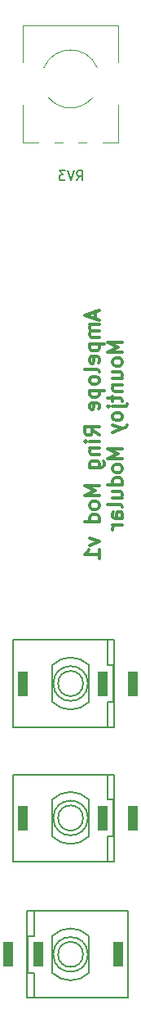
<source format=gbr>
G04 #@! TF.GenerationSoftware,KiCad,Pcbnew,(5.99.0-9650-gad505e29c0)*
G04 #@! TF.CreationDate,2021-03-17T10:46:37+00:00*
G04 #@! TF.ProjectId,Ampelope,416d7065-6c6f-4706-952e-6b696361645f,rev?*
G04 #@! TF.SameCoordinates,Original*
G04 #@! TF.FileFunction,Legend,Bot*
G04 #@! TF.FilePolarity,Positive*
%FSLAX46Y46*%
G04 Gerber Fmt 4.6, Leading zero omitted, Abs format (unit mm)*
G04 Created by KiCad (PCBNEW (5.99.0-9650-gad505e29c0)) date 2021-03-17 10:46:37*
%MOMM*%
%LPD*%
G01*
G04 APERTURE LIST*
%ADD10C,0.300000*%
%ADD11C,0.150000*%
%ADD12C,0.120000*%
%ADD13R,1.000000X2.500000*%
G04 APERTURE END LIST*
D10*
X148042500Y-72050000D02*
X148042500Y-72764285D01*
X148471071Y-71907142D02*
X146971071Y-72407142D01*
X148471071Y-72907142D01*
X148471071Y-73407142D02*
X147471071Y-73407142D01*
X147613928Y-73407142D02*
X147542500Y-73478571D01*
X147471071Y-73621428D01*
X147471071Y-73835714D01*
X147542500Y-73978571D01*
X147685357Y-74050000D01*
X148471071Y-74050000D01*
X147685357Y-74050000D02*
X147542500Y-74121428D01*
X147471071Y-74264285D01*
X147471071Y-74478571D01*
X147542500Y-74621428D01*
X147685357Y-74692857D01*
X148471071Y-74692857D01*
X147471071Y-75407142D02*
X148971071Y-75407142D01*
X147542500Y-75407142D02*
X147471071Y-75550000D01*
X147471071Y-75835714D01*
X147542500Y-75978571D01*
X147613928Y-76050000D01*
X147756785Y-76121428D01*
X148185357Y-76121428D01*
X148328214Y-76050000D01*
X148399642Y-75978571D01*
X148471071Y-75835714D01*
X148471071Y-75550000D01*
X148399642Y-75407142D01*
X148399642Y-77335714D02*
X148471071Y-77192857D01*
X148471071Y-76907142D01*
X148399642Y-76764285D01*
X148256785Y-76692857D01*
X147685357Y-76692857D01*
X147542500Y-76764285D01*
X147471071Y-76907142D01*
X147471071Y-77192857D01*
X147542500Y-77335714D01*
X147685357Y-77407142D01*
X147828214Y-77407142D01*
X147971071Y-76692857D01*
X148471071Y-78264285D02*
X148399642Y-78121428D01*
X148256785Y-78050000D01*
X146971071Y-78050000D01*
X148471071Y-79050000D02*
X148399642Y-78907142D01*
X148328214Y-78835714D01*
X148185357Y-78764285D01*
X147756785Y-78764285D01*
X147613928Y-78835714D01*
X147542500Y-78907142D01*
X147471071Y-79050000D01*
X147471071Y-79264285D01*
X147542500Y-79407142D01*
X147613928Y-79478571D01*
X147756785Y-79550000D01*
X148185357Y-79550000D01*
X148328214Y-79478571D01*
X148399642Y-79407142D01*
X148471071Y-79264285D01*
X148471071Y-79050000D01*
X147471071Y-80192857D02*
X148971071Y-80192857D01*
X147542500Y-80192857D02*
X147471071Y-80335714D01*
X147471071Y-80621428D01*
X147542500Y-80764285D01*
X147613928Y-80835714D01*
X147756785Y-80907142D01*
X148185357Y-80907142D01*
X148328214Y-80835714D01*
X148399642Y-80764285D01*
X148471071Y-80621428D01*
X148471071Y-80335714D01*
X148399642Y-80192857D01*
X148399642Y-82121428D02*
X148471071Y-81978571D01*
X148471071Y-81692857D01*
X148399642Y-81550000D01*
X148256785Y-81478571D01*
X147685357Y-81478571D01*
X147542500Y-81550000D01*
X147471071Y-81692857D01*
X147471071Y-81978571D01*
X147542500Y-82121428D01*
X147685357Y-82192857D01*
X147828214Y-82192857D01*
X147971071Y-81478571D01*
X148471071Y-84835714D02*
X147756785Y-84335714D01*
X148471071Y-83978571D02*
X146971071Y-83978571D01*
X146971071Y-84550000D01*
X147042500Y-84692857D01*
X147113928Y-84764285D01*
X147256785Y-84835714D01*
X147471071Y-84835714D01*
X147613928Y-84764285D01*
X147685357Y-84692857D01*
X147756785Y-84550000D01*
X147756785Y-83978571D01*
X148471071Y-85478571D02*
X147471071Y-85478571D01*
X146971071Y-85478571D02*
X147042500Y-85407142D01*
X147113928Y-85478571D01*
X147042500Y-85550000D01*
X146971071Y-85478571D01*
X147113928Y-85478571D01*
X147471071Y-86192857D02*
X148471071Y-86192857D01*
X147613928Y-86192857D02*
X147542500Y-86264285D01*
X147471071Y-86407142D01*
X147471071Y-86621428D01*
X147542500Y-86764285D01*
X147685357Y-86835714D01*
X148471071Y-86835714D01*
X147471071Y-88192857D02*
X148685357Y-88192857D01*
X148828214Y-88121428D01*
X148899642Y-88050000D01*
X148971071Y-87907142D01*
X148971071Y-87692857D01*
X148899642Y-87550000D01*
X148399642Y-88192857D02*
X148471071Y-88050000D01*
X148471071Y-87764285D01*
X148399642Y-87621428D01*
X148328214Y-87550000D01*
X148185357Y-87478571D01*
X147756785Y-87478571D01*
X147613928Y-87550000D01*
X147542500Y-87621428D01*
X147471071Y-87764285D01*
X147471071Y-88050000D01*
X147542500Y-88192857D01*
X148471071Y-90050000D02*
X146971071Y-90050000D01*
X148042500Y-90550000D01*
X146971071Y-91050000D01*
X148471071Y-91050000D01*
X148471071Y-91978571D02*
X148399642Y-91835714D01*
X148328214Y-91764285D01*
X148185357Y-91692857D01*
X147756785Y-91692857D01*
X147613928Y-91764285D01*
X147542500Y-91835714D01*
X147471071Y-91978571D01*
X147471071Y-92192857D01*
X147542500Y-92335714D01*
X147613928Y-92407142D01*
X147756785Y-92478571D01*
X148185357Y-92478571D01*
X148328214Y-92407142D01*
X148399642Y-92335714D01*
X148471071Y-92192857D01*
X148471071Y-91978571D01*
X148471071Y-93764285D02*
X146971071Y-93764285D01*
X148399642Y-93764285D02*
X148471071Y-93621428D01*
X148471071Y-93335714D01*
X148399642Y-93192857D01*
X148328214Y-93121428D01*
X148185357Y-93050000D01*
X147756785Y-93050000D01*
X147613928Y-93121428D01*
X147542500Y-93192857D01*
X147471071Y-93335714D01*
X147471071Y-93621428D01*
X147542500Y-93764285D01*
X147471071Y-95478571D02*
X148471071Y-95835714D01*
X147471071Y-96192857D01*
X148471071Y-97550000D02*
X148471071Y-96692857D01*
X148471071Y-97121428D02*
X146971071Y-97121428D01*
X147185357Y-96978571D01*
X147328214Y-96835714D01*
X147399642Y-96692857D01*
X150886071Y-75228571D02*
X149386071Y-75228571D01*
X150457500Y-75728571D01*
X149386071Y-76228571D01*
X150886071Y-76228571D01*
X150886071Y-77157142D02*
X150814642Y-77014285D01*
X150743214Y-76942857D01*
X150600357Y-76871428D01*
X150171785Y-76871428D01*
X150028928Y-76942857D01*
X149957500Y-77014285D01*
X149886071Y-77157142D01*
X149886071Y-77371428D01*
X149957500Y-77514285D01*
X150028928Y-77585714D01*
X150171785Y-77657142D01*
X150600357Y-77657142D01*
X150743214Y-77585714D01*
X150814642Y-77514285D01*
X150886071Y-77371428D01*
X150886071Y-77157142D01*
X149886071Y-78942857D02*
X150886071Y-78942857D01*
X149886071Y-78300000D02*
X150671785Y-78300000D01*
X150814642Y-78371428D01*
X150886071Y-78514285D01*
X150886071Y-78728571D01*
X150814642Y-78871428D01*
X150743214Y-78942857D01*
X149886071Y-79657142D02*
X150886071Y-79657142D01*
X150028928Y-79657142D02*
X149957500Y-79728571D01*
X149886071Y-79871428D01*
X149886071Y-80085714D01*
X149957500Y-80228571D01*
X150100357Y-80300000D01*
X150886071Y-80300000D01*
X149886071Y-80800000D02*
X149886071Y-81371428D01*
X149386071Y-81014285D02*
X150671785Y-81014285D01*
X150814642Y-81085714D01*
X150886071Y-81228571D01*
X150886071Y-81371428D01*
X149886071Y-81871428D02*
X151171785Y-81871428D01*
X151314642Y-81800000D01*
X151386071Y-81657142D01*
X151386071Y-81585714D01*
X149386071Y-81871428D02*
X149457500Y-81800000D01*
X149528928Y-81871428D01*
X149457500Y-81942857D01*
X149386071Y-81871428D01*
X149528928Y-81871428D01*
X150886071Y-82800000D02*
X150814642Y-82657142D01*
X150743214Y-82585714D01*
X150600357Y-82514285D01*
X150171785Y-82514285D01*
X150028928Y-82585714D01*
X149957500Y-82657142D01*
X149886071Y-82800000D01*
X149886071Y-83014285D01*
X149957500Y-83157142D01*
X150028928Y-83228571D01*
X150171785Y-83300000D01*
X150600357Y-83300000D01*
X150743214Y-83228571D01*
X150814642Y-83157142D01*
X150886071Y-83014285D01*
X150886071Y-82800000D01*
X149886071Y-83800000D02*
X150886071Y-84157142D01*
X149886071Y-84514285D02*
X150886071Y-84157142D01*
X151243214Y-84014285D01*
X151314642Y-83942857D01*
X151386071Y-83800000D01*
X150886071Y-86228571D02*
X149386071Y-86228571D01*
X150457500Y-86728571D01*
X149386071Y-87228571D01*
X150886071Y-87228571D01*
X150886071Y-88157142D02*
X150814642Y-88014285D01*
X150743214Y-87942857D01*
X150600357Y-87871428D01*
X150171785Y-87871428D01*
X150028928Y-87942857D01*
X149957500Y-88014285D01*
X149886071Y-88157142D01*
X149886071Y-88371428D01*
X149957500Y-88514285D01*
X150028928Y-88585714D01*
X150171785Y-88657142D01*
X150600357Y-88657142D01*
X150743214Y-88585714D01*
X150814642Y-88514285D01*
X150886071Y-88371428D01*
X150886071Y-88157142D01*
X150886071Y-89942857D02*
X149386071Y-89942857D01*
X150814642Y-89942857D02*
X150886071Y-89800000D01*
X150886071Y-89514285D01*
X150814642Y-89371428D01*
X150743214Y-89300000D01*
X150600357Y-89228571D01*
X150171785Y-89228571D01*
X150028928Y-89300000D01*
X149957500Y-89371428D01*
X149886071Y-89514285D01*
X149886071Y-89800000D01*
X149957500Y-89942857D01*
X149886071Y-91300000D02*
X150886071Y-91300000D01*
X149886071Y-90657142D02*
X150671785Y-90657142D01*
X150814642Y-90728571D01*
X150886071Y-90871428D01*
X150886071Y-91085714D01*
X150814642Y-91228571D01*
X150743214Y-91300000D01*
X150886071Y-92228571D02*
X150814642Y-92085714D01*
X150671785Y-92014285D01*
X149386071Y-92014285D01*
X150886071Y-93442857D02*
X150100357Y-93442857D01*
X149957500Y-93371428D01*
X149886071Y-93228571D01*
X149886071Y-92942857D01*
X149957500Y-92800000D01*
X150814642Y-93442857D02*
X150886071Y-93300000D01*
X150886071Y-92942857D01*
X150814642Y-92800000D01*
X150671785Y-92728571D01*
X150528928Y-92728571D01*
X150386071Y-92800000D01*
X150314642Y-92942857D01*
X150314642Y-93300000D01*
X150243214Y-93442857D01*
X150886071Y-94157142D02*
X149886071Y-94157142D01*
X150171785Y-94157142D02*
X150028928Y-94228571D01*
X149957500Y-94300000D01*
X149886071Y-94442857D01*
X149886071Y-94585714D01*
D11*
X146135238Y-58492380D02*
X146468571Y-58016190D01*
X146706666Y-58492380D02*
X146706666Y-57492380D01*
X146325714Y-57492380D01*
X146230476Y-57540000D01*
X146182857Y-57587619D01*
X146135238Y-57682857D01*
X146135238Y-57825714D01*
X146182857Y-57920952D01*
X146230476Y-57968571D01*
X146325714Y-58016190D01*
X146706666Y-58016190D01*
X145849523Y-57492380D02*
X145516190Y-58492380D01*
X145182857Y-57492380D01*
X144944761Y-57492380D02*
X144325714Y-57492380D01*
X144659047Y-57873333D01*
X144516190Y-57873333D01*
X144420952Y-57920952D01*
X144373333Y-57968571D01*
X144325714Y-58063809D01*
X144325714Y-58301904D01*
X144373333Y-58397142D01*
X144420952Y-58444761D01*
X144516190Y-58492380D01*
X144801904Y-58492380D01*
X144897142Y-58444761D01*
X144944761Y-58397142D01*
X141055000Y-140405000D02*
X141055000Y-136595000D01*
X147405000Y-140405000D02*
X147405000Y-136595000D01*
X151500000Y-143000000D02*
X141000000Y-143000000D01*
X143595000Y-136595000D02*
X143595000Y-140405000D01*
X141690000Y-142945000D02*
X141690000Y-140405000D01*
X151500000Y-134000000D02*
X141000000Y-134000000D01*
X151500000Y-143000000D02*
X151500000Y-134000000D01*
X141055000Y-136595000D02*
X141690000Y-136595000D01*
X141000000Y-143000000D02*
X141000000Y-134000000D01*
X141690000Y-136595000D02*
X141690000Y-134055000D01*
X141690000Y-140405000D02*
X141055000Y-140405000D01*
X143595000Y-136595000D02*
G75*
G02*
X147405000Y-136595000I1905000J-1905000D01*
G01*
X147405000Y-140405000D02*
G75*
G02*
X143595000Y-140405000I-1905000J1905000D01*
G01*
X146800000Y-138500000D02*
G75*
G03*
X146800000Y-138500000I-1300000J0D01*
G01*
X147296051Y-138500000D02*
G75*
G03*
X147296051Y-138500000I-1796051J0D01*
G01*
X139500000Y-119900000D02*
X150000000Y-119900000D01*
X149310000Y-122495000D02*
X149945000Y-122495000D01*
X139500000Y-128900000D02*
X150000000Y-128900000D01*
X143595000Y-122495000D02*
X143595000Y-126305000D01*
X149945000Y-126305000D02*
X149310000Y-126305000D01*
X149310000Y-126305000D02*
X149310000Y-128845000D01*
X149310000Y-119955000D02*
X149310000Y-122495000D01*
X150000000Y-119900000D02*
X150000000Y-128900000D01*
X147405000Y-126305000D02*
X147405000Y-122495000D01*
X149945000Y-122495000D02*
X149945000Y-126305000D01*
X139500000Y-119900000D02*
X139500000Y-128900000D01*
X143595000Y-122495000D02*
G75*
G02*
X147405000Y-122495000I1905000J-1905000D01*
G01*
X147405000Y-126305000D02*
G75*
G02*
X143595000Y-126305000I-1905000J1905000D01*
G01*
X146800000Y-124400000D02*
G75*
G03*
X146800000Y-124400000I-1300000J0D01*
G01*
X147296051Y-124400000D02*
G75*
G03*
X147296051Y-124400000I-1796051J0D01*
G01*
X143595000Y-108595000D02*
X143595000Y-112405000D01*
X150000000Y-106000000D02*
X150000000Y-115000000D01*
X149945000Y-108595000D02*
X149945000Y-112405000D01*
X149310000Y-112405000D02*
X149310000Y-114945000D01*
X139500000Y-106000000D02*
X139500000Y-115000000D01*
X149945000Y-112405000D02*
X149310000Y-112405000D01*
X139500000Y-115000000D02*
X150000000Y-115000000D01*
X149310000Y-108595000D02*
X149945000Y-108595000D01*
X139500000Y-106000000D02*
X150000000Y-106000000D01*
X147405000Y-112405000D02*
X147405000Y-108595000D01*
X149310000Y-106055000D02*
X149310000Y-108595000D01*
X147405000Y-112405000D02*
G75*
G02*
X143595000Y-112405000I-1905000J1905000D01*
G01*
X143595000Y-108595000D02*
G75*
G02*
X147405000Y-108595000I1905000J-1905000D01*
G01*
X146800000Y-110500000D02*
G75*
G03*
X146800000Y-110500000I-1300000J0D01*
G01*
X147296051Y-110500000D02*
G75*
G03*
X147296051Y-110500000I-1796051J0D01*
G01*
D12*
X140540000Y-54560000D02*
X140540000Y-50694000D01*
X142175000Y-54560000D02*
X140540000Y-54560000D01*
X147175000Y-54560000D02*
X146325000Y-54560000D01*
X150461000Y-54560000D02*
X148825000Y-54560000D01*
X150461000Y-42440000D02*
X140540000Y-42440000D01*
X150461000Y-46305000D02*
X150461000Y-42440000D01*
X150461000Y-54560000D02*
X150461000Y-50694000D01*
X140540000Y-46305000D02*
X140540000Y-42440000D01*
X144675000Y-54560000D02*
X143825000Y-54560000D01*
X143202247Y-49928295D02*
G75*
G03*
X147798000Y-49928000I2297753J1928295D01*
G01*
X148262432Y-46828018D02*
G75*
G03*
X142738000Y-46827000I-2762432J-1171982D01*
G01*
D13*
X139020000Y-138500000D03*
X142120000Y-138500000D03*
X150420000Y-138500000D03*
X151980000Y-124400000D03*
X148880000Y-124400000D03*
X140580000Y-124400000D03*
X151980000Y-110500000D03*
X148880000Y-110500000D03*
X140580000Y-110500000D03*
M02*

</source>
